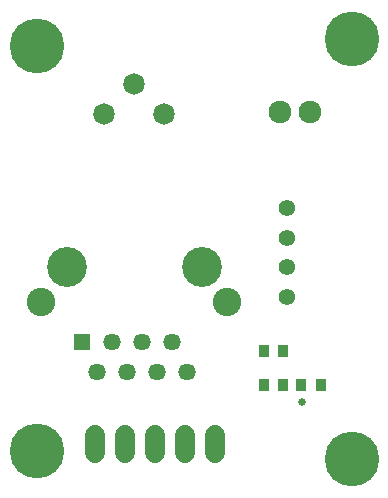
<source format=gbr>
G04 EAGLE Gerber RS-274X export*
G75*
%MOMM*%
%FSLAX34Y34*%
%LPD*%
%INSoldermask Top*%
%IPPOS*%
%AMOC8*
5,1,8,0,0,1.08239X$1,22.5*%
G01*
G04 Define Apertures*
%ADD10C,4.626991*%
%ADD11C,1.927000*%
%ADD12C,1.387000*%
%ADD13C,1.651000*%
%ADD14C,1.827000*%
%ADD15C,3.377000*%
%ADD16C,2.407000*%
%ADD17R,1.462000X1.462000*%
%ADD18C,1.462000*%
%ADD19R,0.925700X1.100900*%
%ADD20C,0.652000*%
D10*
X44450Y514350D03*
X44450Y171450D03*
X311150Y165100D03*
X311150Y520700D03*
D11*
X275590Y458470D03*
X250190Y458470D03*
D12*
X256540Y377190D03*
X256540Y352190D03*
X256540Y327190D03*
X256540Y302190D03*
D13*
X195580Y185420D02*
X195580Y170180D01*
X170180Y170180D02*
X170180Y185420D01*
X144780Y185420D02*
X144780Y170180D01*
X119380Y170180D02*
X119380Y185420D01*
X93980Y185420D02*
X93980Y170180D01*
D14*
X152400Y457200D03*
X127000Y482600D03*
X101600Y457200D03*
D15*
X69850Y327660D03*
X184150Y327660D03*
D16*
X48250Y298160D03*
X205750Y298160D03*
D17*
X82550Y264160D03*
D18*
X95250Y238760D03*
X107950Y264160D03*
X120650Y238760D03*
X133350Y264160D03*
X146050Y238760D03*
X158750Y264160D03*
X171450Y238760D03*
D19*
X236958Y256540D03*
X253262Y256540D03*
X236958Y227330D03*
X253262Y227330D03*
X268708Y227330D03*
X285012Y227330D03*
D20*
X269240Y213360D03*
M02*

</source>
